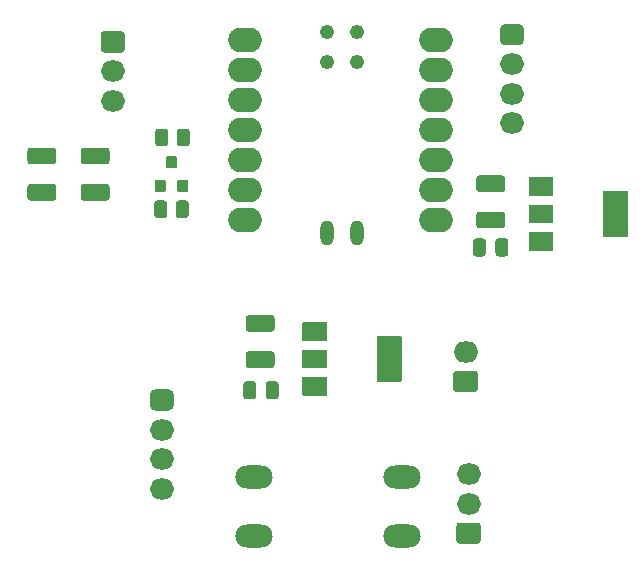
<source format=gts>
%TF.GenerationSoftware,KiCad,Pcbnew,5.1.7-a382d34a8~88~ubuntu20.04.1*%
%TF.CreationDate,2021-07-04T15:14:18-05:00*%
%TF.ProjectId,led-backlight,6c65642d-6261-4636-9b6c-696768742e6b,rev?*%
%TF.SameCoordinates,Original*%
%TF.FileFunction,Soldermask,Top*%
%TF.FilePolarity,Negative*%
%FSLAX46Y46*%
G04 Gerber Fmt 4.6, Leading zero omitted, Abs format (unit mm)*
G04 Created by KiCad (PCBNEW 5.1.7-a382d34a8~88~ubuntu20.04.1) date 2021-07-04 15:14:18*
%MOMM*%
%LPD*%
G01*
G04 APERTURE LIST*
%ADD10O,2.100000X1.800000*%
%ADD11O,2.050000X1.800000*%
%ADD12C,1.243000*%
%ADD13O,1.116000X2.132000*%
%ADD14O,2.848280X2.098980*%
%ADD15O,3.148000X1.950000*%
G04 APERTURE END LIST*
%TO.C,U1*%
G36*
G01*
X207475000Y-110050000D02*
X207475000Y-108550000D01*
G75*
G02*
X207525000Y-108500000I50000J0D01*
G01*
X209525000Y-108500000D01*
G75*
G02*
X209575000Y-108550000I0J-50000D01*
G01*
X209575000Y-110050000D01*
G75*
G02*
X209525000Y-110100000I-50000J0D01*
G01*
X207525000Y-110100000D01*
G75*
G02*
X207475000Y-110050000I0J50000D01*
G01*
G37*
G36*
G01*
X207475000Y-114650000D02*
X207475000Y-113150000D01*
G75*
G02*
X207525000Y-113100000I50000J0D01*
G01*
X209525000Y-113100000D01*
G75*
G02*
X209575000Y-113150000I0J-50000D01*
G01*
X209575000Y-114650000D01*
G75*
G02*
X209525000Y-114700000I-50000J0D01*
G01*
X207525000Y-114700000D01*
G75*
G02*
X207475000Y-114650000I0J50000D01*
G01*
G37*
G36*
G01*
X207475000Y-112350000D02*
X207475000Y-110850000D01*
G75*
G02*
X207525000Y-110800000I50000J0D01*
G01*
X209525000Y-110800000D01*
G75*
G02*
X209575000Y-110850000I0J-50000D01*
G01*
X209575000Y-112350000D01*
G75*
G02*
X209525000Y-112400000I-50000J0D01*
G01*
X207525000Y-112400000D01*
G75*
G02*
X207475000Y-112350000I0J50000D01*
G01*
G37*
G36*
G01*
X213775000Y-113500000D02*
X213775000Y-109700000D01*
G75*
G02*
X213825000Y-109650000I50000J0D01*
G01*
X215825000Y-109650000D01*
G75*
G02*
X215875000Y-109700000I0J-50000D01*
G01*
X215875000Y-113500000D01*
G75*
G02*
X215825000Y-113550000I-50000J0D01*
G01*
X213825000Y-113550000D01*
G75*
G02*
X213775000Y-113500000I0J50000D01*
G01*
G37*
%TD*%
D10*
%TO.C,J4*%
X202150000Y-123275000D03*
G36*
G01*
X202935400Y-126675000D02*
X201364600Y-126675000D01*
G75*
G02*
X201100000Y-126410400I0J264600D01*
G01*
X201100000Y-125139600D01*
G75*
G02*
X201364600Y-124875000I264600J0D01*
G01*
X202935400Y-124875000D01*
G75*
G02*
X203200000Y-125139600I0J-264600D01*
G01*
X203200000Y-126410400D01*
G75*
G02*
X202935400Y-126675000I-264600J0D01*
G01*
G37*
%TD*%
%TO.C,J3*%
G36*
G01*
X175850000Y-126450000D02*
X177000000Y-126450000D01*
G75*
G02*
X177450000Y-126900000I0J-450000D01*
G01*
X177450000Y-127800000D01*
G75*
G02*
X177000000Y-128250000I-450000J0D01*
G01*
X175850000Y-128250000D01*
G75*
G02*
X175400000Y-127800000I0J450000D01*
G01*
X175400000Y-126900000D01*
G75*
G02*
X175850000Y-126450000I450000J0D01*
G01*
G37*
D11*
X176425000Y-129850000D03*
X176425000Y-132350000D03*
X176425000Y-134850000D03*
%TD*%
%TO.C,J2*%
G36*
G01*
X206650000Y-97325000D02*
X205500000Y-97325000D01*
G75*
G02*
X205050000Y-96875000I0J450000D01*
G01*
X205050000Y-95975000D01*
G75*
G02*
X205500000Y-95525000I450000J0D01*
G01*
X206650000Y-95525000D01*
G75*
G02*
X207100000Y-95975000I0J-450000D01*
G01*
X207100000Y-96875000D01*
G75*
G02*
X206650000Y-97325000I-450000J0D01*
G01*
G37*
X206075000Y-98925000D03*
X206075000Y-101425000D03*
X206075000Y-103925000D03*
%TD*%
%TO.C,C1*%
G36*
G01*
X205230677Y-109750000D02*
X203319323Y-109750000D01*
G75*
G02*
X203050000Y-109480677I0J269323D01*
G01*
X203050000Y-108594323D01*
G75*
G02*
X203319323Y-108325000I269323J0D01*
G01*
X205230677Y-108325000D01*
G75*
G02*
X205500000Y-108594323I0J-269323D01*
G01*
X205500000Y-109480677D01*
G75*
G02*
X205230677Y-109750000I-269323J0D01*
G01*
G37*
G36*
G01*
X205231134Y-112825000D02*
X203318866Y-112825000D01*
G75*
G02*
X203050000Y-112556134I0J268866D01*
G01*
X203050000Y-111668866D01*
G75*
G02*
X203318866Y-111400000I268866J0D01*
G01*
X205231134Y-111400000D01*
G75*
G02*
X205500000Y-111668866I0J-268866D01*
G01*
X205500000Y-112556134D01*
G75*
G02*
X205231134Y-112825000I-268866J0D01*
G01*
G37*
%TD*%
D12*
%TO.C,U2*%
X192913803Y-98735813D03*
X190373803Y-98735813D03*
X192913803Y-96195813D03*
X190373803Y-96195813D03*
D13*
X192925000Y-113200000D03*
X190375000Y-113200000D03*
D14*
X183508120Y-96882180D03*
X183508120Y-99422180D03*
X183508120Y-101962180D03*
X183508120Y-104502180D03*
X183508120Y-107042180D03*
X183508120Y-109582180D03*
X183508120Y-112122180D03*
X199672680Y-112122180D03*
X199672680Y-109582180D03*
X199672680Y-107042180D03*
X199672680Y-104502180D03*
X199672680Y-101962180D03*
X199672680Y-99422180D03*
X199672680Y-96882180D03*
%TD*%
%TO.C,U3*%
G36*
G01*
X188325000Y-122325000D02*
X188325000Y-120825000D01*
G75*
G02*
X188375000Y-120775000I50000J0D01*
G01*
X190375000Y-120775000D01*
G75*
G02*
X190425000Y-120825000I0J-50000D01*
G01*
X190425000Y-122325000D01*
G75*
G02*
X190375000Y-122375000I-50000J0D01*
G01*
X188375000Y-122375000D01*
G75*
G02*
X188325000Y-122325000I0J50000D01*
G01*
G37*
G36*
G01*
X188325000Y-126925000D02*
X188325000Y-125425000D01*
G75*
G02*
X188375000Y-125375000I50000J0D01*
G01*
X190375000Y-125375000D01*
G75*
G02*
X190425000Y-125425000I0J-50000D01*
G01*
X190425000Y-126925000D01*
G75*
G02*
X190375000Y-126975000I-50000J0D01*
G01*
X188375000Y-126975000D01*
G75*
G02*
X188325000Y-126925000I0J50000D01*
G01*
G37*
G36*
G01*
X188325000Y-124625000D02*
X188325000Y-123125000D01*
G75*
G02*
X188375000Y-123075000I50000J0D01*
G01*
X190375000Y-123075000D01*
G75*
G02*
X190425000Y-123125000I0J-50000D01*
G01*
X190425000Y-124625000D01*
G75*
G02*
X190375000Y-124675000I-50000J0D01*
G01*
X188375000Y-124675000D01*
G75*
G02*
X188325000Y-124625000I0J50000D01*
G01*
G37*
G36*
G01*
X194625000Y-125775000D02*
X194625000Y-121975000D01*
G75*
G02*
X194675000Y-121925000I50000J0D01*
G01*
X196675000Y-121925000D01*
G75*
G02*
X196725000Y-121975000I0J-50000D01*
G01*
X196725000Y-125775000D01*
G75*
G02*
X196675000Y-125825000I-50000J0D01*
G01*
X194675000Y-125825000D01*
G75*
G02*
X194625000Y-125775000I0J50000D01*
G01*
G37*
%TD*%
D15*
%TO.C,SW1*%
X184250000Y-138850000D03*
X184250000Y-133850000D03*
X196750000Y-138850000D03*
X196750000Y-133850000D03*
%TD*%
D11*
%TO.C,RV1*%
X202400000Y-133625000D03*
X202400000Y-136125000D03*
G36*
G01*
X203160295Y-139525000D02*
X201639705Y-139525000D01*
G75*
G02*
X201375000Y-139260295I0J264705D01*
G01*
X201375000Y-137989705D01*
G75*
G02*
X201639705Y-137725000I264705J0D01*
G01*
X203160295Y-137725000D01*
G75*
G02*
X203425000Y-137989705I0J-264705D01*
G01*
X203425000Y-139260295D01*
G75*
G02*
X203160295Y-139525000I-264705J0D01*
G01*
G37*
%TD*%
%TO.C,R2*%
G36*
G01*
X177675000Y-105600611D02*
X177675000Y-104649389D01*
G75*
G02*
X177949389Y-104375000I274389J0D01*
G01*
X178525611Y-104375000D01*
G75*
G02*
X178800000Y-104649389I0J-274389D01*
G01*
X178800000Y-105600611D01*
G75*
G02*
X178525611Y-105875000I-274389J0D01*
G01*
X177949389Y-105875000D01*
G75*
G02*
X177675000Y-105600611I0J274389D01*
G01*
G37*
G36*
G01*
X175850000Y-105600611D02*
X175850000Y-104649389D01*
G75*
G02*
X176124389Y-104375000I274389J0D01*
G01*
X176700611Y-104375000D01*
G75*
G02*
X176975000Y-104649389I0J-274389D01*
G01*
X176975000Y-105600611D01*
G75*
G02*
X176700611Y-105875000I-274389J0D01*
G01*
X176124389Y-105875000D01*
G75*
G02*
X175850000Y-105600611I0J274389D01*
G01*
G37*
%TD*%
%TO.C,R1*%
G36*
G01*
X177600000Y-111675611D02*
X177600000Y-110724389D01*
G75*
G02*
X177874389Y-110450000I274389J0D01*
G01*
X178450611Y-110450000D01*
G75*
G02*
X178725000Y-110724389I0J-274389D01*
G01*
X178725000Y-111675611D01*
G75*
G02*
X178450611Y-111950000I-274389J0D01*
G01*
X177874389Y-111950000D01*
G75*
G02*
X177600000Y-111675611I0J274389D01*
G01*
G37*
G36*
G01*
X175775000Y-111675611D02*
X175775000Y-110724389D01*
G75*
G02*
X176049389Y-110450000I274389J0D01*
G01*
X176625611Y-110450000D01*
G75*
G02*
X176900000Y-110724389I0J-274389D01*
G01*
X176900000Y-111675611D01*
G75*
G02*
X176625611Y-111950000I-274389J0D01*
G01*
X176049389Y-111950000D01*
G75*
G02*
X175775000Y-111675611I0J274389D01*
G01*
G37*
%TD*%
%TO.C,Q1*%
G36*
G01*
X177650000Y-107725000D02*
X176850000Y-107725000D01*
G75*
G02*
X176800000Y-107675000I0J50000D01*
G01*
X176800000Y-106775000D01*
G75*
G02*
X176850000Y-106725000I50000J0D01*
G01*
X177650000Y-106725000D01*
G75*
G02*
X177700000Y-106775000I0J-50000D01*
G01*
X177700000Y-107675000D01*
G75*
G02*
X177650000Y-107725000I-50000J0D01*
G01*
G37*
G36*
G01*
X178600000Y-109725000D02*
X177800000Y-109725000D01*
G75*
G02*
X177750000Y-109675000I0J50000D01*
G01*
X177750000Y-108775000D01*
G75*
G02*
X177800000Y-108725000I50000J0D01*
G01*
X178600000Y-108725000D01*
G75*
G02*
X178650000Y-108775000I0J-50000D01*
G01*
X178650000Y-109675000D01*
G75*
G02*
X178600000Y-109725000I-50000J0D01*
G01*
G37*
G36*
G01*
X176700000Y-109725000D02*
X175900000Y-109725000D01*
G75*
G02*
X175850000Y-109675000I0J50000D01*
G01*
X175850000Y-108775000D01*
G75*
G02*
X175900000Y-108725000I50000J0D01*
G01*
X176700000Y-108725000D01*
G75*
G02*
X176750000Y-108775000I0J-50000D01*
G01*
X176750000Y-109675000D01*
G75*
G02*
X176700000Y-109725000I-50000J0D01*
G01*
G37*
%TD*%
%TO.C,J1*%
X172275000Y-102025000D03*
X172275000Y-99525000D03*
G36*
G01*
X171514705Y-96125000D02*
X173035295Y-96125000D01*
G75*
G02*
X173300000Y-96389705I0J-264705D01*
G01*
X173300000Y-97660295D01*
G75*
G02*
X173035295Y-97925000I-264705J0D01*
G01*
X171514705Y-97925000D01*
G75*
G02*
X171250000Y-97660295I0J264705D01*
G01*
X171250000Y-96389705D01*
G75*
G02*
X171514705Y-96125000I264705J0D01*
G01*
G37*
%TD*%
%TO.C,C6*%
G36*
G01*
X185225000Y-127025000D02*
X185225000Y-126025000D01*
G75*
G02*
X185500000Y-125750000I275000J0D01*
G01*
X186050000Y-125750000D01*
G75*
G02*
X186325000Y-126025000I0J-275000D01*
G01*
X186325000Y-127025000D01*
G75*
G02*
X186050000Y-127300000I-275000J0D01*
G01*
X185500000Y-127300000D01*
G75*
G02*
X185225000Y-127025000I0J275000D01*
G01*
G37*
G36*
G01*
X183325000Y-127025000D02*
X183325000Y-126025000D01*
G75*
G02*
X183600000Y-125750000I275000J0D01*
G01*
X184150000Y-125750000D01*
G75*
G02*
X184425000Y-126025000I0J-275000D01*
G01*
X184425000Y-127025000D01*
G75*
G02*
X184150000Y-127300000I-275000J0D01*
G01*
X183600000Y-127300000D01*
G75*
G02*
X183325000Y-127025000I0J275000D01*
G01*
G37*
%TD*%
%TO.C,C5*%
G36*
G01*
X185706134Y-121575000D02*
X183793866Y-121575000D01*
G75*
G02*
X183525000Y-121306134I0J268866D01*
G01*
X183525000Y-120418866D01*
G75*
G02*
X183793866Y-120150000I268866J0D01*
G01*
X185706134Y-120150000D01*
G75*
G02*
X185975000Y-120418866I0J-268866D01*
G01*
X185975000Y-121306134D01*
G75*
G02*
X185706134Y-121575000I-268866J0D01*
G01*
G37*
G36*
G01*
X185706134Y-124650000D02*
X183793866Y-124650000D01*
G75*
G02*
X183525000Y-124381134I0J268866D01*
G01*
X183525000Y-123493866D01*
G75*
G02*
X183793866Y-123225000I268866J0D01*
G01*
X185706134Y-123225000D01*
G75*
G02*
X185975000Y-123493866I0J-268866D01*
G01*
X185975000Y-124381134D01*
G75*
G02*
X185706134Y-124650000I-268866J0D01*
G01*
G37*
%TD*%
%TO.C,C4*%
G36*
G01*
X169818866Y-109050000D02*
X171731134Y-109050000D01*
G75*
G02*
X172000000Y-109318866I0J-268866D01*
G01*
X172000000Y-110206134D01*
G75*
G02*
X171731134Y-110475000I-268866J0D01*
G01*
X169818866Y-110475000D01*
G75*
G02*
X169550000Y-110206134I0J268866D01*
G01*
X169550000Y-109318866D01*
G75*
G02*
X169818866Y-109050000I268866J0D01*
G01*
G37*
G36*
G01*
X169818866Y-105975000D02*
X171731134Y-105975000D01*
G75*
G02*
X172000000Y-106243866I0J-268866D01*
G01*
X172000000Y-107131134D01*
G75*
G02*
X171731134Y-107400000I-268866J0D01*
G01*
X169818866Y-107400000D01*
G75*
G02*
X169550000Y-107131134I0J268866D01*
G01*
X169550000Y-106243866D01*
G75*
G02*
X169818866Y-105975000I268866J0D01*
G01*
G37*
%TD*%
%TO.C,C3*%
G36*
G01*
X165318866Y-109050000D02*
X167231134Y-109050000D01*
G75*
G02*
X167500000Y-109318866I0J-268866D01*
G01*
X167500000Y-110206134D01*
G75*
G02*
X167231134Y-110475000I-268866J0D01*
G01*
X165318866Y-110475000D01*
G75*
G02*
X165050000Y-110206134I0J268866D01*
G01*
X165050000Y-109318866D01*
G75*
G02*
X165318866Y-109050000I268866J0D01*
G01*
G37*
G36*
G01*
X165318866Y-105975000D02*
X167231134Y-105975000D01*
G75*
G02*
X167500000Y-106243866I0J-268866D01*
G01*
X167500000Y-107131134D01*
G75*
G02*
X167231134Y-107400000I-268866J0D01*
G01*
X165318866Y-107400000D01*
G75*
G02*
X165050000Y-107131134I0J268866D01*
G01*
X165050000Y-106243866D01*
G75*
G02*
X165318866Y-105975000I268866J0D01*
G01*
G37*
%TD*%
%TO.C,C2*%
G36*
G01*
X204675000Y-114925000D02*
X204675000Y-113925000D01*
G75*
G02*
X204950000Y-113650000I275000J0D01*
G01*
X205500000Y-113650000D01*
G75*
G02*
X205775000Y-113925000I0J-275000D01*
G01*
X205775000Y-114925000D01*
G75*
G02*
X205500000Y-115200000I-275000J0D01*
G01*
X204950000Y-115200000D01*
G75*
G02*
X204675000Y-114925000I0J275000D01*
G01*
G37*
G36*
G01*
X202775000Y-114925000D02*
X202775000Y-113925000D01*
G75*
G02*
X203050000Y-113650000I275000J0D01*
G01*
X203600000Y-113650000D01*
G75*
G02*
X203875000Y-113925000I0J-275000D01*
G01*
X203875000Y-114925000D01*
G75*
G02*
X203600000Y-115200000I-275000J0D01*
G01*
X203050000Y-115200000D01*
G75*
G02*
X202775000Y-114925000I0J275000D01*
G01*
G37*
%TD*%
M02*

</source>
